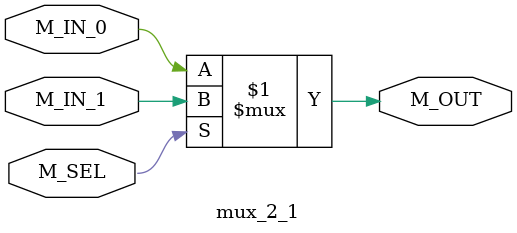
<source format=v>
`timescale 1ns / 1ps


module mux_2_1(
        
        (* X_INTERFACE_PARAMETER = "POLARITY ACTIVE_HIGH" *)
        (* MARK_DEBUG="true" *)
        input M_SEL,
        
        input M_IN_0,
        
        input M_IN_1,
        
        output M_OUT
    );
    assign M_OUT = M_SEL ? M_IN_1 : M_IN_0;                  
endmodule

</source>
